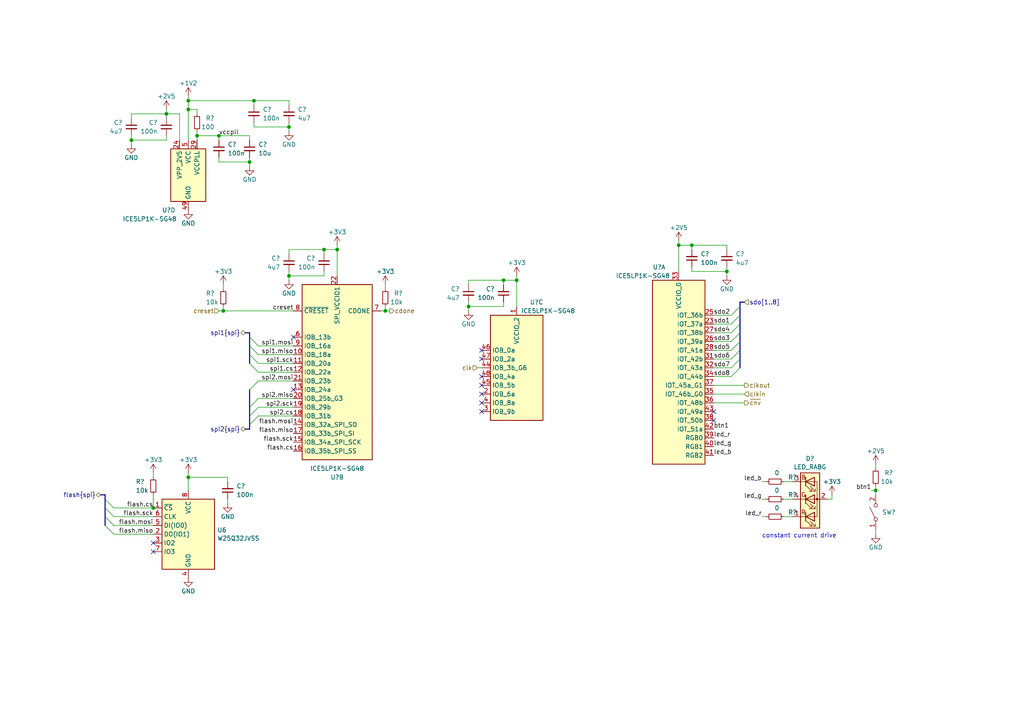
<source format=kicad_sch>
(kicad_sch (version 20230121) (generator eeschema)
  (paper "A4")
  (lib_symbols
    (symbol "Device:C_Small" (pin_numbers hide) (pin_names (offset 0.254) hide)
      (property "Reference" "C" (at 0.254 1.778 0))
      (property "Value" "C_Small" (at 0.254 -2.032 0))
      (symbol "C_Small_0_1"
        (polyline (pts (xy -1.524 -0.508) (xy 1.524 -0.508)) (stroke (width 0.3302)))
        (polyline (pts (xy -1.524 0.508) (xy 1.524 0.508)) (stroke (width 0.3048)))
      )
      (symbol "C_Small_1_1"
        (pin passive line (at 0 2.54 270) (length 2.032) (name "~") (number "1"))
        (pin passive line (at 0 -2.54 90) (length 2.032) (name "~") (number "2"))
      )
    )
    (symbol "Device:LED_RABG" (pin_names (offset 0) hide)
      (property "Reference" "D" (at 0 9.398 0))
      (property "Value" "LED_RABG" (at 0 -8.89 0))
      (symbol "LED_RABG_0_0"
        (text "B" (at -1.905 -6.35 0) (effects (font (size 1.27 1.27))))
        (text "G" (at -1.905 -1.27 0) (effects (font (size 1.27 1.27))))
        (text "R" (at -1.905 3.81 0) (effects (font (size 1.27 1.27))))
      )
      (symbol "LED_RABG_0_1"
        (polyline (pts (xy -1.27 -5.08) (xy -2.54 -5.08)))
        (polyline (pts (xy -1.27 -5.08) (xy 1.27 -5.08)))
        (polyline (pts (xy -1.27 -3.81) (xy -1.27 -6.35)) (stroke (width 0.254)))
        (polyline (pts (xy -1.27 0) (xy -2.54 0)))
        (polyline (pts (xy -1.27 1.27) (xy -1.27 -1.27)) (stroke (width 0.254)))
        (polyline (pts (xy -1.27 5.08) (xy -2.54 5.08)))
        (polyline (pts (xy -1.27 5.08) (xy 1.27 5.08)))
        (polyline (pts (xy -1.27 6.35) (xy -1.27 3.81)) (stroke (width 0.254)))
        (polyline (pts (xy 1.27 0) (xy -1.27 0)))
        (polyline (pts (xy 1.27 0) (xy 2.54 0)))
        (polyline (pts (xy -1.27 1.27) (xy -1.27 -1.27) (xy -1.27 -1.27)))
        (polyline (pts (xy -1.27 6.35) (xy -1.27 3.81) (xy -1.27 3.81)))
        (polyline (pts (xy 1.27 -5.08) (xy 2.032 -5.08) (xy 2.032 5.08) (xy 1.27 5.08)))
        (polyline (pts (xy 1.27 -3.81) (xy 1.27 -6.35) (xy -1.27 -5.08) (xy 1.27 -3.81)) (stroke (width 0.254)))
        (polyline (pts (xy 1.27 1.27) (xy 1.27 -1.27) (xy -1.27 0) (xy 1.27 1.27)) (stroke (width 0.254)))
        (polyline (pts (xy 1.27 6.35) (xy 1.27 3.81) (xy -1.27 5.08) (xy 1.27 6.35)) (stroke (width 0.254)))
        (polyline (pts (xy -1.016 -3.81) (xy 0.508 -2.286) (xy -0.254 -2.286) (xy 0.508 -2.286) (xy 0.508 -3.048)))
        (polyline (pts (xy -1.016 1.27) (xy 0.508 2.794) (xy -0.254 2.794) (xy 0.508 2.794) (xy 0.508 2.032)))
        (polyline (pts (xy -1.016 6.35) (xy 0.508 7.874) (xy -0.254 7.874) (xy 0.508 7.874) (xy 0.508 7.112)))
        (polyline (pts (xy 0 -3.81) (xy 1.524 -2.286) (xy 0.762 -2.286) (xy 1.524 -2.286) (xy 1.524 -3.048)))
        (polyline (pts (xy 0 1.27) (xy 1.524 2.794) (xy 0.762 2.794) (xy 1.524 2.794) (xy 1.524 2.032)))
        (polyline (pts (xy 0 6.35) (xy 1.524 7.874) (xy 0.762 7.874) (xy 1.524 7.874) (xy 1.524 7.112)))
        (rectangle (start 1.27 -1.27) (end 1.27 1.27))
        (rectangle (start 1.27 1.27) (end 1.27 1.27))
        (rectangle (start 1.27 3.81) (end 1.27 6.35))
        (rectangle (start 1.27 6.35) (end 1.27 6.35))
        (circle (center 2.032 0) (radius 0.254) (fill (type outline)))
        (rectangle (start 2.794 8.382) (end -2.794 -7.62) (stroke (width 0.254)) (fill (type background)))
      )
      (symbol "LED_RABG_1_1"
        (pin passive line (at -5.08 5.08 0) (length 2.54) (name "RK") (number "1"))
        (pin passive line (at 5.08 0 180) (length 2.54) (name "A") (number "2"))
        (pin passive line (at -5.08 -5.08 0) (length 2.54) (name "BK") (number "3"))
        (pin passive line (at -5.08 0 0) (length 2.54) (name "GK") (number "4"))
      )
    )
    (symbol "Device:R_Small" (pin_numbers hide) (pin_names (offset 0.254) hide)
      (property "Reference" "R" (at 0.762 0.508 0))
      (property "Value" "R_Small" (at 0.762 -1.016 0))
      (symbol "R_Small_0_1"
        (rectangle (start -0.762 1.778) (end 0.762 -1.778) (stroke (width 0.2032)))
      )
      (symbol "R_Small_1_1"
        (pin passive line (at 0 2.54 270) (length 0.762) (name "~") (number "1"))
        (pin passive line (at 0 -2.54 90) (length 0.762) (name "~") (number "2"))
      )
    )
    (symbol "FPGA_Lattice:ICE5LP1K-SG48"
      (property "Reference" "U" (at -8.89 -29.21 0))
      (property "Value" "ICE5LP1K-SG48" (at 0 -31.75 0))
      (symbol "ICE5LP1K-SG48_1_1"
        (rectangle (start -7.62 25.4) (end 7.62 -27.94) (stroke (width 0.254)) (fill (type background)))
        (pin bidirectional line (at -10.16 12.7 0) (length 2.54) (name "IOT_37a") (number "23"))
        (pin bidirectional line (at -10.16 15.24 0) (length 2.54) (name "IOT_36b") (number "25"))
        (pin bidirectional line (at -10.16 7.62 0) (length 2.54) (name "IOT_39a") (number "26"))
        (pin bidirectional line (at -10.16 10.16 0) (length 2.54) (name "IOT_38b") (number "27"))
        (pin bidirectional line (at -10.16 5.08 0) (length 2.54) (name "IOT_41a") (number "28"))
        (pin bidirectional line (at -10.16 2.54 0) (length 2.54) (name "IOT_42b") (number "31"))
        (pin bidirectional line (at -10.16 0 0) (length 2.54) (name "IOT_43a") (number "32"))
        (pin power_in line (at 0 27.94 270) (length 2.54) (name "VCCIO_0") (number "33"))
        (pin bidirectional line (at -10.16 -2.54 0) (length 2.54) (name "IOT_44b") (number "34"))
        (pin bidirectional line (at -10.16 -7.62 0) (length 2.54) (name "IOT_46b_G0") (number "35"))
        (pin bidirectional line (at -10.16 -10.16 0) (length 2.54) (name "IOT_48b") (number "36"))
        (pin bidirectional line (at -10.16 -5.08 0) (length 2.54) (name "IOT_45a_G1") (number "37"))
        (pin bidirectional line (at -10.16 -15.24 0) (length 2.54) (name "IOT_50b") (number "38"))
        (pin open_collector line (at -10.16 -20.32 0) (length 2.54) (name "RGB0") (number "39"))
        (pin open_collector line (at -10.16 -22.86 0) (length 2.54) (name "RGB1") (number "40"))
        (pin open_collector line (at -10.16 -25.4 0) (length 2.54) (name "RGB2") (number "41"))
        (pin bidirectional line (at -10.16 -17.78 0) (length 2.54) (name "IOT_51a") (number "42"))
        (pin bidirectional line (at -10.16 -12.7 0) (length 2.54) (name "IOT_49a") (number "43"))
      )
      (symbol "ICE5LP1K-SG48_2_1"
        (rectangle (start -10.16 25.4) (end 10.16 -25.4) (stroke (width 0.254)) (fill (type background)))
        (pin bidirectional line (at -12.7 5.08 0) (length 2.54) (name "IOB_18a") (number "10"))
        (pin bidirectional line (at -12.7 2.54 0) (length 2.54) (name "IOB_20a") (number "11"))
        (pin bidirectional line (at -12.7 0 0) (length 2.54) (name "IOB_22a") (number "12"))
        (pin bidirectional line (at -12.7 -5.08 0) (length 2.54) (name "IOB_24a") (number "13"))
        (pin bidirectional line (at -12.7 -15.24 0) (length 2.54) (name "IOB_32a_SPI_SO") (number "14"))
        (pin bidirectional line (at -12.7 -20.32 0) (length 2.54) (name "IOB_34a_SPI_SCK") (number "15"))
        (pin bidirectional line (at -12.7 -22.86 0) (length 2.54) (name "IOB_35b_SPI_SS") (number "16"))
        (pin bidirectional line (at -12.7 -17.78 0) (length 2.54) (name "IOB_33b_SPI_SI") (number "17"))
        (pin bidirectional line (at -12.7 -12.7 0) (length 2.54) (name "IOB_31b") (number "18"))
        (pin bidirectional line (at -12.7 -10.16 0) (length 2.54) (name "IOB_29b") (number "19"))
        (pin bidirectional line (at -12.7 -7.62 0) (length 2.54) (name "IOB_25b_G3") (number "20"))
        (pin bidirectional line (at -12.7 -2.54 0) (length 2.54) (name "IOB_23b") (number "21"))
        (pin power_in line (at 0 27.94 270) (length 2.54) (name "SPI_VCCIO1") (number "22"))
        (pin bidirectional line (at -12.7 10.16 0) (length 2.54) (name "IOB_13b") (number "6"))
        (pin open_collector line (at 12.7 17.78 180) (length 2.54) (name "CDONE") (number "7"))
        (pin input line (at -12.7 17.78 0) (length 2.54) (name "~{CRESET}") (number "8"))
        (pin bidirectional line (at -12.7 7.62 0) (length 2.54) (name "IOB_16a") (number "9"))
      )
      (symbol "ICE5LP1K-SG48_3_1"
        (rectangle (start -7.62 15.24) (end 7.62 -15.24) (stroke (width 0.254)) (fill (type background)))
        (pin power_in line (at 0 17.78 270) (length 2.54) (name "VCCIO_2") (number "1"))
        (pin bidirectional line (at -10.16 -7.62 0) (length 2.54) (name "IOB_6a") (number "2"))
        (pin bidirectional line (at -10.16 -12.7 0) (length 2.54) (name "IOB_9b") (number "3"))
        (pin bidirectional line (at -10.16 -10.16 0) (length 2.54) (name "IOB_8a") (number "4"))
        (pin bidirectional line (at -10.16 0 0) (length 2.54) (name "IOB_3b_G6") (number "44"))
        (pin bidirectional line (at -10.16 -5.08 0) (length 2.54) (name "IOB_5b") (number "45"))
        (pin bidirectional line (at -10.16 5.08 0) (length 2.54) (name "IOB_0a") (number "46"))
        (pin bidirectional line (at -10.16 2.54 0) (length 2.54) (name "IOB_2a") (number "47"))
        (pin bidirectional line (at -10.16 -2.54 0) (length 2.54) (name "IOB_4a") (number "48"))
      )
      (symbol "ICE5LP1K-SG48_4_1"
        (rectangle (start -5.08 7.62) (end 5.08 -7.62) (stroke (width 0.254)) (fill (type background)))
        (pin power_in line (at -2.54 10.16 270) (length 2.54) (name "VPP_2V5") (number "24"))
        (pin power_out line (at 2.54 10.16 270) (length 2.54) (name "VCCPLL") (number "29"))
        (pin passive line (at 0 10.16 270) (length 2.54) hide (name "VCC") (number "30"))
        (pin power_in line (at 0 -10.16 90) (length 2.54) (name "GND") (number "49"))
        (pin power_in line (at 0 10.16 270) (length 2.54) (name "VCC") (number "5"))
      )
    )
    (symbol "Memory_Flash:W25Q32JVSS"
      (property "Reference" "U" (at -6.35 11.43 0))
      (property "Value" "W25Q32JVSS" (at 7.62 11.43 0))
      (symbol "W25Q32JVSS_0_1"
        (rectangle (start -7.62 10.16) (end 7.62 -10.16) (stroke (width 0.254)) (fill (type background)))
      )
      (symbol "W25Q32JVSS_1_1"
        (pin input line (at -10.16 7.62 0) (length 2.54) (name "~{CS}") (number "1"))
        (pin bidirectional line (at -10.16 0 0) (length 2.54) (name "DO(IO1)") (number "2"))
        (pin bidirectional line (at -10.16 -2.54 0) (length 2.54) (name "IO2") (number "3"))
        (pin power_in line (at 0 -12.7 90) (length 2.54) (name "GND") (number "4"))
        (pin bidirectional line (at -10.16 2.54 0) (length 2.54) (name "DI(IO0)") (number "5"))
        (pin input line (at -10.16 5.08 0) (length 2.54) (name "CLK") (number "6"))
        (pin bidirectional line (at -10.16 -5.08 0) (length 2.54) (name "IO3") (number "7"))
        (pin power_in line (at 0 12.7 270) (length 2.54) (name "VCC") (number "8"))
      )
    )
    (symbol "Switch:SW_SPST" (pin_names (offset 0) hide)
      (property "Reference" "SW" (at 0 3.175 0))
      (property "Value" "SW_SPST" (at 0 -2.54 0))
      (symbol "SW_SPST_0_0"
        (circle (center -2.032 0) (radius 0.508))
        (polyline (pts (xy -1.524 0.254) (xy 1.524 1.778)))
        (circle (center 2.032 0) (radius 0.508))
      )
      (symbol "SW_SPST_1_1"
        (pin passive line (at -5.08 0 0) (length 2.54) (name "A") (number "1"))
        (pin passive line (at 5.08 0 180) (length 2.54) (name "B") (number "2"))
      )
    )
    (symbol "power:+1V2" (power) (pin_names (offset 0))
      (property "Value" "+1V2" (at 0 3.556 0))
      (symbol "+1V2_0_1"
        (polyline (pts (xy -0.762 1.27) (xy 0 2.54)))
        (polyline (pts (xy 0 0) (xy 0 2.54)))
        (polyline (pts (xy 0 2.54) (xy 0.762 1.27)))
      )
      (symbol "+1V2_1_1"
        (pin power_in line (at 0 0 90) (length 0) hide (name "+1V2") (number "1"))
      )
    )
    (symbol "power:+2V5" (power) (pin_names (offset 0))
      (property "Value" "+2V5" (at 0 3.556 0))
      (symbol "+2V5_0_1"
        (polyline (pts (xy -0.762 1.27) (xy 0 2.54)))
        (polyline (pts (xy 0 0) (xy 0 2.54)))
        (polyline (pts (xy 0 2.54) (xy 0.762 1.27)))
      )
      (symbol "+2V5_1_1"
        (pin power_in line (at 0 0 90) (length 0) hide (name "+2V5") (number "1"))
      )
    )
    (symbol "power:+3V3" (power) (pin_names (offset 0))
      (property "Value" "+3V3" (at 0 3.556 0))
      (symbol "+3V3_0_1"
        (polyline (pts (xy -0.762 1.27) (xy 0 2.54)))
        (polyline (pts (xy 0 0) (xy 0 2.54)))
        (polyline (pts (xy 0 2.54) (xy 0.762 1.27)))
      )
      (symbol "+3V3_1_1"
        (pin power_in line (at 0 0 90) (length 0) hide (name "+3V3") (number "1"))
      )
    )
    (symbol "power:GND" (power) (pin_names (offset 0))
      (property "Value" "GND" (at 0 -3.81 0))
      (symbol "GND_0_1"
        (polyline (pts (xy 0 0) (xy 0 -1.27) (xy 1.27 -1.27) (xy 0 -2.54) (xy -1.27 -1.27) (xy 0 -1.27)))
      )
      (symbol "GND_1_1"
        (pin power_in line (at 0 0 270) (length 0) hide (name "GND") (number "1"))
      )
    )
  )
  (junction (at 48.26 33.02))
  (junction (at 83.82 80.01))
  (junction (at 72.39 46.99))
  (junction (at 254 142.24))
  (junction (at 146.05 81.28))
  (junction (at 54.61 138.43))
  (junction (at 93.98 72.39))
  (junction (at 54.61 29.21))
  (junction (at 57.15 39.37))
  (junction (at 210.82 78.74))
  (junction (at 111.76 90.17))
  (junction (at 149.86 81.28))
  (junction (at 64.77 90.17))
  (junction (at 73.66 29.21))
  (junction (at 38.1 40.64))
  (junction (at 63.5 39.37))
  (junction (at 44.45 147.32))
  (junction (at 196.85 71.12))
  (junction (at 97.79 72.39))
  (junction (at 135.89 88.9))
  (junction (at 83.82 36.83))
  (junction (at 54.61 31.75))
  (junction (at 200.66 71.12))
  (no_connect (at 139.7 109.22))
  (no_connect (at 139.7 119.38))
  (no_connect (at 207.01 119.38))
  (no_connect (at 139.7 104.14))
  (no_connect (at 139.7 111.76))
  (no_connect (at 139.7 116.84))
  (no_connect (at 85.09 97.79))
  (no_connect (at 207.01 121.92))
  (no_connect (at 44.45 160.02))
  (no_connect (at 139.7 101.6))
  (no_connect (at 44.45 157.48))
  (no_connect (at 139.7 114.3))
  (no_connect (at 85.09 113.03))
  (bus_entry (at 30.48 149.86) (size 2.54 2.54))
  (bus_entry (at 72.39 113.03) (size 2.54 -2.54))
  (bus_entry (at 212.09 96.52) (size 2.54 -2.54))
  (bus_entry (at 72.39 97.79) (size 2.54 2.54))
  (bus_entry (at 212.09 93.98) (size 2.54 -2.54))
  (bus_entry (at 72.39 120.65) (size 2.54 -2.54))
  (bus_entry (at 212.09 99.06) (size 2.54 -2.54))
  (bus_entry (at 72.39 100.33) (size 2.54 2.54))
  (bus_entry (at 30.48 152.4) (size 2.54 2.54))
  (bus_entry (at 72.39 102.87) (size 2.54 2.54))
  (bus_entry (at 212.09 101.6) (size 2.54 -2.54))
  (bus_entry (at 212.09 91.44) (size 2.54 -2.54))
  (bus_entry (at 212.09 106.68) (size 2.54 -2.54))
  (bus_entry (at 212.09 109.22) (size 2.54 -2.54))
  (bus_entry (at 72.39 118.11) (size 2.54 -2.54))
  (bus_entry (at 72.39 105.41) (size 2.54 2.54))
  (bus_entry (at 212.09 104.14) (size 2.54 -2.54))
  (bus_entry (at 30.48 147.32) (size 2.54 2.54))
  (bus_entry (at 72.39 123.19) (size 2.54 -2.54))
  (bus_entry (at 30.48 144.78) (size 2.54 2.54))
  (wire (pts (xy 73.66 29.21) (xy 73.66 30.48)))
  (bus (pts (xy 29.21 143.51) (xy 30.48 143.51)))
  (wire (pts (xy 52.07 33.02) (xy 52.07 40.64)))
  (wire (pts (xy 241.3 143.51) (xy 241.3 144.78)))
  (bus (pts (xy 214.63 101.6) (xy 214.63 104.14)))
  (wire (pts (xy 63.5 39.37) (xy 72.39 39.37)))
  (wire (pts (xy 210.82 78.74) (xy 200.66 78.74)))
  (bus (pts (xy 72.39 113.03) (xy 72.39 118.11)))
  (wire (pts (xy 54.61 29.21) (xy 73.66 29.21)))
  (wire (pts (xy 210.82 72.39) (xy 210.82 71.12)))
  (wire (pts (xy 74.93 107.95) (xy 85.09 107.95)))
  (wire (pts (xy 207.01 101.6) (xy 212.09 101.6)))
  (wire (pts (xy 200.66 77.47) (xy 200.66 78.74)))
  (wire (pts (xy 83.82 73.66) (xy 83.82 72.39)))
  (wire (pts (xy 73.66 35.56) (xy 73.66 36.83)))
  (wire (pts (xy 196.85 69.85) (xy 196.85 71.12)))
  (wire (pts (xy 44.45 137.16) (xy 44.45 138.43)))
  (wire (pts (xy 83.82 80.01) (xy 83.82 81.28)))
  (bus (pts (xy 30.48 147.32) (xy 30.48 149.86)))
  (wire (pts (xy 64.77 90.17) (xy 64.77 88.9)))
  (wire (pts (xy 38.1 33.02) (xy 48.26 33.02)))
  (wire (pts (xy 64.77 82.55) (xy 64.77 83.82)))
  (wire (pts (xy 74.93 102.87) (xy 85.09 102.87)))
  (wire (pts (xy 149.86 80.01) (xy 149.86 81.28)))
  (wire (pts (xy 207.01 114.3) (xy 215.9 114.3)))
  (bus (pts (xy 214.63 99.06) (xy 214.63 101.6)))
  (bus (pts (xy 214.63 96.52) (xy 214.63 99.06)))
  (wire (pts (xy 73.66 36.83) (xy 83.82 36.83)))
  (wire (pts (xy 207.01 99.06) (xy 212.09 99.06)))
  (wire (pts (xy 54.61 29.21) (xy 54.61 31.75)))
  (wire (pts (xy 72.39 46.99) (xy 72.39 48.26)))
  (wire (pts (xy 207.01 109.22) (xy 212.09 109.22)))
  (wire (pts (xy 85.09 90.17) (xy 64.77 90.17)))
  (wire (pts (xy 135.89 82.55) (xy 135.89 81.28)))
  (wire (pts (xy 72.39 39.37) (xy 72.39 40.64)))
  (wire (pts (xy 54.61 142.24) (xy 54.61 138.43)))
  (wire (pts (xy 138.43 106.68) (xy 139.7 106.68)))
  (wire (pts (xy 38.1 34.29) (xy 38.1 33.02)))
  (wire (pts (xy 200.66 71.12) (xy 200.66 72.39)))
  (wire (pts (xy 97.79 71.12) (xy 97.79 72.39)))
  (bus (pts (xy 30.48 149.86) (xy 30.48 152.4)))
  (bus (pts (xy 30.48 144.78) (xy 30.48 147.32)))
  (wire (pts (xy 57.15 31.75) (xy 57.15 33.02)))
  (bus (pts (xy 72.39 123.19) (xy 72.39 124.46)))
  (wire (pts (xy 73.66 29.21) (xy 83.82 29.21)))
  (wire (pts (xy 63.5 90.17) (xy 64.77 90.17)))
  (bus (pts (xy 72.39 102.87) (xy 72.39 105.41)))
  (bus (pts (xy 71.12 124.46) (xy 72.39 124.46)))
  (bus (pts (xy 72.39 100.33) (xy 72.39 102.87)))
  (wire (pts (xy 254 140.97) (xy 254 142.24)))
  (wire (pts (xy 44.45 143.51) (xy 44.45 147.32)))
  (wire (pts (xy 207.01 96.52) (xy 212.09 96.52)))
  (wire (pts (xy 222.25 144.78) (xy 220.98 144.78)))
  (wire (pts (xy 210.82 78.74) (xy 210.82 80.01)))
  (wire (pts (xy 48.26 39.37) (xy 48.26 40.64)))
  (wire (pts (xy 83.82 72.39) (xy 93.98 72.39)))
  (wire (pts (xy 97.79 72.39) (xy 97.79 80.01)))
  (wire (pts (xy 207.01 91.44) (xy 212.09 91.44)))
  (wire (pts (xy 74.93 110.49) (xy 85.09 110.49)))
  (wire (pts (xy 54.61 31.75) (xy 57.15 31.75)))
  (wire (pts (xy 74.93 100.33) (xy 85.09 100.33)))
  (wire (pts (xy 38.1 40.64) (xy 38.1 41.91)))
  (wire (pts (xy 83.82 78.74) (xy 83.82 80.01)))
  (wire (pts (xy 38.1 40.64) (xy 48.26 40.64)))
  (wire (pts (xy 135.89 81.28) (xy 146.05 81.28)))
  (wire (pts (xy 146.05 81.28) (xy 146.05 82.55)))
  (bus (pts (xy 30.48 143.51) (xy 30.48 144.78)))
  (wire (pts (xy 207.01 104.14) (xy 212.09 104.14)))
  (wire (pts (xy 222.25 149.86) (xy 220.98 149.86)))
  (wire (pts (xy 48.26 33.02) (xy 52.07 33.02)))
  (wire (pts (xy 33.02 152.4) (xy 44.45 152.4)))
  (bus (pts (xy 214.63 87.63) (xy 214.63 88.9)))
  (wire (pts (xy 111.76 82.55) (xy 111.76 83.82)))
  (wire (pts (xy 54.61 138.43) (xy 66.04 138.43)))
  (wire (pts (xy 74.93 105.41) (xy 85.09 105.41)))
  (wire (pts (xy 110.49 90.17) (xy 111.76 90.17)))
  (bus (pts (xy 214.63 91.44) (xy 214.63 93.98)))
  (wire (pts (xy 33.02 147.32) (xy 44.45 147.32)))
  (wire (pts (xy 74.93 120.65) (xy 85.09 120.65)))
  (wire (pts (xy 146.05 87.63) (xy 146.05 88.9)))
  (wire (pts (xy 254 142.24) (xy 254 143.51)))
  (wire (pts (xy 93.98 78.74) (xy 93.98 80.01)))
  (wire (pts (xy 33.02 149.86) (xy 44.45 149.86)))
  (wire (pts (xy 63.5 46.99) (xy 63.5 45.72)))
  (wire (pts (xy 207.01 106.68) (xy 212.09 106.68)))
  (wire (pts (xy 74.93 115.57) (xy 85.09 115.57)))
  (wire (pts (xy 57.15 38.1) (xy 57.15 39.37)))
  (wire (pts (xy 111.76 88.9) (xy 111.76 90.17)))
  (wire (pts (xy 210.82 71.12) (xy 200.66 71.12)))
  (wire (pts (xy 200.66 71.12) (xy 196.85 71.12)))
  (wire (pts (xy 241.3 144.78) (xy 240.03 144.78)))
  (wire (pts (xy 207.01 93.98) (xy 212.09 93.98)))
  (wire (pts (xy 229.87 139.7) (xy 227.33 139.7)))
  (wire (pts (xy 149.86 81.28) (xy 149.86 88.9)))
  (bus (pts (xy 214.63 88.9) (xy 214.63 91.44)))
  (wire (pts (xy 135.89 87.63) (xy 135.89 88.9)))
  (wire (pts (xy 207.01 116.84) (xy 215.9 116.84)))
  (wire (pts (xy 48.26 31.75) (xy 48.26 33.02)))
  (wire (pts (xy 83.82 36.83) (xy 83.82 35.56)))
  (wire (pts (xy 135.89 88.9) (xy 135.89 90.17)))
  (bus (pts (xy 215.9 87.63) (xy 214.63 87.63)))
  (wire (pts (xy 254 153.67) (xy 254 154.94)))
  (bus (pts (xy 72.39 97.79) (xy 72.39 100.33)))
  (wire (pts (xy 135.89 88.9) (xy 146.05 88.9)))
  (wire (pts (xy 63.5 39.37) (xy 63.5 40.64)))
  (wire (pts (xy 66.04 138.43) (xy 66.04 139.7)))
  (wire (pts (xy 83.82 36.83) (xy 83.82 38.1)))
  (wire (pts (xy 146.05 81.28) (xy 149.86 81.28)))
  (bus (pts (xy 214.63 93.98) (xy 214.63 96.52)))
  (wire (pts (xy 196.85 71.12) (xy 196.85 78.74)))
  (wire (pts (xy 83.82 80.01) (xy 93.98 80.01)))
  (wire (pts (xy 229.87 149.86) (xy 227.33 149.86)))
  (wire (pts (xy 252.73 142.24) (xy 254 142.24)))
  (wire (pts (xy 72.39 45.72) (xy 72.39 46.99)))
  (wire (pts (xy 93.98 72.39) (xy 93.98 73.66)))
  (wire (pts (xy 222.25 139.7) (xy 220.98 139.7)))
  (wire (pts (xy 83.82 30.48) (xy 83.82 29.21)))
  (wire (pts (xy 111.76 90.17) (xy 113.03 90.17)))
  (wire (pts (xy 229.87 144.78) (xy 227.33 144.78)))
  (wire (pts (xy 74.93 118.11) (xy 85.09 118.11)))
  (wire (pts (xy 48.26 33.02) (xy 48.26 34.29)))
  (wire (pts (xy 54.61 31.75) (xy 54.61 40.64)))
  (wire (pts (xy 33.02 154.94) (xy 44.45 154.94)))
  (wire (pts (xy 57.15 39.37) (xy 63.5 39.37)))
  (wire (pts (xy 207.01 111.76) (xy 215.9 111.76)))
  (wire (pts (xy 54.61 27.94) (xy 54.61 29.21)))
  (wire (pts (xy 72.39 46.99) (xy 63.5 46.99)))
  (bus (pts (xy 214.63 104.14) (xy 214.63 106.68)))
  (wire (pts (xy 57.15 39.37) (xy 57.15 40.64)))
  (bus (pts (xy 72.39 96.52) (xy 72.39 97.79)))
  (wire (pts (xy 254 134.62) (xy 254 135.89)))
  (bus (pts (xy 72.39 118.11) (xy 72.39 120.65)))
  (wire (pts (xy 93.98 72.39) (xy 97.79 72.39)))
  (bus (pts (xy 71.12 96.52) (xy 72.39 96.52)))
  (wire (pts (xy 210.82 77.47) (xy 210.82 78.74)))
  (wire (pts (xy 54.61 137.16) (xy 54.61 138.43)))
  (wire (pts (xy 38.1 39.37) (xy 38.1 40.64)))
  (wire (pts (xy 66.04 144.78) (xy 66.04 146.05)))
  (bus (pts (xy 72.39 120.65) (xy 72.39 123.19)))
  (text "constant current drive" (at 220.98 156.21 0) (effects (font (size 1.27 1.27)) (justify left bottom)))
  (label "sdo6" (at 207.01 104.14 0))
  (label "spi1.mosi" (at 85.09 100.33 180))
  (label "vccpll" (at 63.5 39.37 0))
  (label "sdo4" (at 207.01 96.52 0))
  (label "btn1" (at 252.73 142.24 180))
  (label "spi2.mosi" (at 85.09 110.49 180))
  (label "flash.miso" (at 85.09 125.73 180))
  (label "sdo8" (at 207.01 109.22 0))
  (label "sdo1" (at 207.01 93.98 0))
  (label "sdo7" (at 207.01 106.68 0))
  (label "flash.cs" (at 85.09 130.81 180))
  (label "led_b" (at 207.01 132.08 0))
  (label "sdo5" (at 207.01 101.6 0))
  (label "spi1.cs" (at 85.09 107.95 180))
  (label "spi2.cs" (at 85.09 120.65 180))
  (label "spi1.miso" (at 85.09 102.87 180))
  (label "creset" (at 85.09 90.17 180))
  (label "flash.sck" (at 44.45 149.86 180))
  (label "led_b" (at 220.98 139.7 180))
  (label "led_r" (at 220.98 149.86 180))
  (label "led_g" (at 220.98 144.78 180))
  (label "flash.mosi" (at 85.09 123.19 180))
  (label "led_r" (at 207.01 127 0))
  (label "spi2.sck" (at 85.09 118.11 180))
  (label "flash.miso" (at 44.45 154.94 180))
  (label "btn1" (at 207.01 124.46 0))
  (label "spi1.sck" (at 85.09 105.41 180))
  (label "flash.sck" (at 85.09 128.27 180))
  (label "spi2.miso" (at 85.09 115.57 180))
  (label "sdo3" (at 207.01 99.06 0))
  (label "sdo2" (at 207.01 91.44 0))
  (label "led_g" (at 207.01 129.54 0))
  (label "flash.mosi" (at 44.45 152.4 180))
  (label "flash.cs" (at 44.45 147.32 180))
  (hierarchical_label "flash{spi}" (shape bidirectional) (at 29.21 143.51 180))
  (hierarchical_label "clkin" (shape input) (at 215.9 114.3 0))
  (hierarchical_label "spi2{spi}" (shape bidirectional) (at 71.12 124.46 180))
  (hierarchical_label "spi1{spi}" (shape bidirectional) (at 71.12 96.52 180))
  (hierarchical_label "creset" (shape input) (at 63.5 90.17 180))
  (hierarchical_label "clkout" (shape output) (at 215.9 111.76 0))
  (hierarchical_label "cdone" (shape output) (at 113.03 90.17 0))
  (hierarchical_label "~{cnv}" (shape output) (at 215.9 116.84 0))
  (hierarchical_label "sdo[1..8]" (shape input) (at 215.9 87.63 0))
  (hierarchical_label "clk" (shape input) (at 138.43 106.68 180))
  (symbol (lib_id "power:GND") (at 72.39 48.26 0) (unit 1)
    (property "Reference" "#PWR?" (effects hide))
    (property "Value" "GND" (at 72.39 52.07 0))
    (instances (project "rvice_adc" (path "" (reference "#PWR?") (unit 1)) (path "" (reference "#PWR060") (unit 1))))
  )
  (symbol (lib_id "power:+3V3") (at 64.77 82.55 0) (unit 1)
    (property "Reference" "#PWR?" (effects hide))
    (property "Value" "+3V3" (at 64.77 78.74 0))
    (instances (project "rvice_adc" (path "" (reference "#PWR?") (unit 1)) (path "" (reference "#PWR058") (unit 1))))
  )
  (symbol (lib_id "Device:C_Small") (at 63.5 43.18 0) (unit 1)
    (property "Reference" "C?" (at 66.04 41.91 0) (effects (justify left)))
    (property "Value" "100n" (at 66.04 44.45 0) (effects (justify left)))
    (property "Footprint" "Capacitor_SMD:C_0402_1005Metric" (effects hide))
    (instances (project "rvice_adc" (path "" (reference "C?") (unit 1)) (path "" (reference "C28") (unit 1))))
  )
  (symbol (lib_id "Device:C_Small") (at 93.98 76.2 180) (unit 1)
    (property "Reference" "C?" (at 91.44 74.93 0) (effects (justify left)))
    (property "Value" "100n" (at 91.44 77.47 0) (effects (justify left)))
    (property "Footprint" "Capacitor_SMD:C_0402_1005Metric" (effects hide))
    (instances (project "rvice_adc" (path "" (reference "C?") (unit 1)) (path "" (reference "C34") (unit 1))))
  )
  (symbol (lib_id "Device:R_Small") (at 254 138.43 0) (mirror y) (unit 1)
    (property "Reference" "R?" (at 259.08 137.16 0) (effects (justify left)))
    (property "Value" "10k" (at 259.08 139.7 0) (effects (justify left)))
    (property "Footprint" "Resistor_SMD:R_0402_1005Metric" (effects hide))
    (instances (project "rvice_adc" (path "" (reference "R?") (unit 1)) (path "" (reference "R39") (unit 1))))
  )
  (symbol (lib_id "Switch:SW_SPST") (at 254 148.59 90) (unit 1)
    (property "Reference" "SW?" (at 257.81 148.59 90))
    (property "Value" "btn1" (effects hide))
    (property "Footprint" "Button_Switch_SMD:SW_SPST_PTS810" (effects hide))
    (instances (project "rvice_adc" (path "" (reference "SW?") (unit 1)) (path "" (reference "SW1") (unit 1)) (path "" (reference "SW2") (unit 1))))
  )
  (symbol (lib_id "power:GND") (at 54.61 60.96 0) (unit 1)
    (property "Reference" "#PWR?" (effects hide))
    (property "Value" "GND" (at 54.61 64.77 0))
    (instances (project "rvice_adc" (path "" (reference "#PWR?") (unit 1)) (path "" (reference "#PWR055") (unit 1))))
  )
  (symbol (lib_id "FPGA_Lattice:ICE5LP1K-SG48") (at 97.79 107.95 0) (unit 2)
    (property "Reference" "U?" (at 97.79 138.43 0))
    (property "Value" "ICE5LP1K-SG48" (at 97.79 135.89 0))
    (property "Footprint" "Package_DFN_QFN:QFN-48-1EP_7x7mm_P0.5mm_EP5.6x5.6mm" (effects hide))
    (property "Datasheet" "http://www.latticesemi.com/Products/FPGAandCPLD/iCE40Ultra" (effects hide))
    (instances (project "rvice_adc" (path "" (reference "U?") (unit 2)) (path "" (reference "U5") (unit 2))))
  )
  (symbol (lib_id "Device:LED_RABG") (at 234.95 144.78 0) (mirror x) (unit 1)
    (property "Reference" "D?" (at 234.95 133.0157 0))
    (property "Value" "LED_RABG" (at 234.95 135.4399 0))
    (property "Footprint" "Resistor_SMD:R_Array_Convex_2x0606" (effects hide))
    (instances (project "rvice_adc" (path "" (reference "D?") (unit 1)) (path "" (reference "D1") (unit 1)) (path "" (reference "D2") (unit 1))))
  )
  (symbol (lib_id "power:+2V5") (at 254 134.62 0) (unit 1)
    (property "Reference" "#PWR?" (effects hide))
    (property "Value" "+2V5" (at 254 130.81 0))
    (instances (project "rvice_adc" (path "" (reference "#PWR?") (unit 1)) (path "" (reference "#PWR070") (unit 1))))
  )
  (symbol (lib_id "power:GND") (at 54.61 167.64 0) (unit 1)
    (property "Reference" "#PWR?" (effects hide))
    (property "Value" "GND" (at 54.61 171.45 0))
    (instances (project "rvice_adc" (path "" (reference "#PWR?") (unit 1)) (path "" (reference "#PWR057") (unit 1))))
  )
  (symbol (lib_id "Device:C_Small") (at 66.04 142.24 0) (mirror x) (unit 1)
    (property "Reference" "C?" (at 68.58 140.97 0) (effects (justify left)))
    (property "Value" "100n" (at 68.58 143.51 0) (effects (justify left)))
    (property "Footprint" "Capacitor_SMD:C_0402_1005Metric" (effects hide))
    (instances (project "rvice_adc" (path "" (reference "C?") (unit 1)) (path "" (reference "C29") (unit 1))))
  )
  (symbol (lib_id "Device:C_Small") (at 83.82 76.2 0) (mirror y) (unit 1)
    (property "Reference" "C?" (at 81.28 74.93 0) (effects (justify left)))
    (property "Value" "4u7" (at 81.28 77.47 0) (effects (justify left)))
    (property "Footprint" "Capacitor_SMD:C_0402_1005Metric" (effects hide))
    (instances (project "rvice_adc" (path "" (reference "C?") (unit 1)) (path "" (reference "C33") (unit 1))))
  )
  (symbol (lib_id "power:+3V3") (at 44.45 137.16 0) (unit 1)
    (property "Reference" "#PWR?" (effects hide))
    (property "Value" "+3V3" (at 44.45 133.35 0))
    (instances (project "rvice_adc" (path "" (reference "#PWR?") (unit 1)) (path "" (reference "#PWR052") (unit 1))))
  )
  (symbol (lib_id "Device:C_Small") (at 38.1 36.83 0) (mirror y) (unit 1)
    (property "Reference" "C?" (at 35.56 35.56 0) (effects (justify left)))
    (property "Value" "4u7" (at 35.56 38.1 0) (effects (justify left)))
    (property "Footprint" "Capacitor_SMD:C_0402_1005Metric" (effects hide))
    (instances (project "rvice_adc" (path "" (reference "C?") (unit 1)) (path "" (reference "C26") (unit 1))))
  )
  (symbol (lib_id "power:+3V3") (at 97.79 71.12 0) (unit 1)
    (property "Reference" "#PWR?" (effects hide))
    (property "Value" "+3V3" (at 97.79 67.31 0))
    (instances (project "rvice_adc" (path "" (reference "#PWR?") (unit 1)) (path "" (reference "#PWR063") (unit 1))))
  )
  (symbol (lib_id "Device:R_Small") (at 111.76 86.36 0) (mirror y) (unit 1)
    (property "Reference" "R?" (at 116.84 85.09 0) (effects (justify left)))
    (property "Value" "10k" (at 116.84 87.63 0) (effects (justify left)))
    (property "Footprint" "Resistor_SMD:R_0402_1005Metric" (effects hide))
    (instances (project "rvice_adc" (path "" (reference "R?") (unit 1)) (path "" (reference "R35") (unit 1))))
  )
  (symbol (lib_id "FPGA_Lattice:ICE5LP1K-SG48") (at 149.86 106.68 0) (unit 3)
    (property "Reference" "U?" (at 153.67 87.63 0) (effects (justify left)))
    (property "Value" "ICE5LP1K-SG48" (at 151.13 90.17 0) (effects (justify left)))
    (property "Footprint" "Package_DFN_QFN:QFN-48-1EP_7x7mm_P0.5mm_EP5.6x5.6mm" (effects hide))
    (property "Datasheet" "http://www.latticesemi.com/Products/FPGAandCPLD/iCE40Ultra" (effects hide))
    (instances (project "rvice_adc" (path "" (reference "U?") (unit 3)) (path "" (reference "U5") (unit 3))))
  )
  (symbol (lib_id "power:GND") (at 135.89 90.17 0) (unit 1)
    (property "Reference" "#PWR?" (effects hide))
    (property "Value" "GND" (at 135.89 93.98 0))
    (instances (project "rvice_adc" (path "" (reference "#PWR?") (unit 1)) (path "" (reference "#PWR065") (unit 1))))
  )
  (symbol (lib_id "Device:R_Small") (at 64.77 86.36 0) (unit 1)
    (property "Reference" "R?" (at 59.69 85.09 0) (effects (justify left)))
    (property "Value" "10k" (at 59.69 87.63 0) (effects (justify left)))
    (property "Footprint" "Resistor_SMD:R_0402_1005Metric" (effects hide))
    (instances (project "rvice_adc" (path "" (reference "R?") (unit 1)) (path "" (reference "R34") (unit 1))))
  )
  (symbol (lib_id "power:GND") (at 83.82 38.1 0) (unit 1)
    (property "Reference" "#PWR?" (effects hide))
    (property "Value" "GND" (at 83.82 41.91 0))
    (instances (project "rvice_adc" (path "" (reference "#PWR?") (unit 1)) (path "" (reference "#PWR061") (unit 1))))
  )
  (symbol (lib_id "Device:R_Small") (at 224.79 144.78 90) (unit 1)
    (property "Reference" "R?" (at 231.14 143.51 90) (effects (justify left)))
    (property "Value" "0" (at 226.06 142.24 90) (effects (justify left)))
    (property "Footprint" "Resistor_SMD:R_0402_1005Metric" (effects hide))
    (instances (project "rvice_adc" (path "" (reference "R?") (unit 1)) (path "" (reference "R13") (unit 1)) (path "" (reference "R37") (unit 1))))
  )
  (symbol (lib_id "power:GND") (at 210.82 80.01 0) (mirror y) (unit 1)
    (property "Reference" "#PWR?" (effects hide))
    (property "Value" "GND" (at 210.82 83.82 0))
    (instances (project "rvice_adc" (path "" (reference "#PWR?") (unit 1)) (path "" (reference "#PWR068") (unit 1))))
  )
  (symbol (lib_id "power:+3V3") (at 111.76 82.55 0) (unit 1)
    (property "Reference" "#PWR?" (effects hide))
    (property "Value" "+3V3" (at 111.76 78.74 0))
    (instances (project "rvice_adc" (path "" (reference "#PWR?") (unit 1)) (path "" (reference "#PWR064") (unit 1))))
  )
  (symbol (lib_id "Device:R_Small") (at 224.79 139.7 90) (unit 1)
    (property "Reference" "R?" (at 231.14 138.43 90) (effects (justify left)))
    (property "Value" "0" (at 226.06 137.16 90) (effects (justify left)))
    (property "Footprint" "Resistor_SMD:R_0402_1005Metric" (effects hide))
    (instances (project "rvice_adc" (path "" (reference "R?") (unit 1)) (path "" (reference "R12") (unit 1)) (path "" (reference "R36") (unit 1))))
  )
  (symbol (lib_id "power:+2V5") (at 48.26 31.75 0) (unit 1)
    (property "Reference" "#PWR?" (effects hide))
    (property "Value" "+2V5" (at 48.26 27.94 0))
    (instances (project "rvice_adc" (path "" (reference "#PWR?") (unit 1)) (path "" (reference "#PWR053") (unit 1))))
  )
  (symbol (lib_id "Device:R_Small") (at 224.79 149.86 90) (unit 1)
    (property "Reference" "R?" (at 231.14 148.59 90) (effects (justify left)))
    (property "Value" "0" (at 226.06 147.32 90) (effects (justify left)))
    (property "Footprint" "Resistor_SMD:R_0402_1005Metric" (effects hide))
    (instances (project "rvice_adc" (path "" (reference "R?") (unit 1)) (path "" (reference "R14") (unit 1)) (path "" (reference "R38") (unit 1))))
  )
  (symbol (lib_id "Device:C_Small") (at 210.82 74.93 0) (unit 1)
    (property "Reference" "C?" (at 213.36 73.66 0) (effects (justify left)))
    (property "Value" "4u7" (at 213.36 76.2 0) (effects (justify left)))
    (property "Footprint" "Capacitor_SMD:C_0402_1005Metric" (effects hide))
    (instances (project "rvice_adc" (path "" (reference "C?") (unit 1)) (path "" (reference "C38") (unit 1))))
  )
  (symbol (lib_id "power:GND") (at 83.82 81.28 0) (unit 1)
    (property "Reference" "#PWR?" (effects hide))
    (property "Value" "GND" (at 83.82 85.09 0))
    (instances (project "rvice_adc" (path "" (reference "#PWR?") (unit 1)) (path "" (reference "#PWR062") (unit 1))))
  )
  (symbol (lib_id "Device:C_Small") (at 146.05 85.09 180) (unit 1)
    (property "Reference" "C?" (at 143.51 83.82 0) (effects (justify left)))
    (property "Value" "100n" (at 143.51 86.36 0) (effects (justify left)))
    (property "Footprint" "Capacitor_SMD:C_0402_1005Metric" (effects hide))
    (instances (project "rvice_adc" (path "" (reference "C?") (unit 1)) (path "" (reference "C36") (unit 1))))
  )
  (symbol (lib_id "FPGA_Lattice:ICE5LP1K-SG48") (at 196.85 106.68 0) (mirror y) (unit 1)
    (property "Reference" "U?" (at 193.04 77.47 0) (effects (justify left)))
    (property "Value" "ICE5LP1K-SG48" (at 194.31 80.01 0) (effects (justify left)))
    (property "Footprint" "Package_DFN_QFN:QFN-48-1EP_7x7mm_P0.5mm_EP5.6x5.6mm" (effects hide))
    (property "Datasheet" "http://www.latticesemi.com/Products/FPGAandCPLD/iCE40Ultra" (effects hide))
    (instances (project "rvice_adc" (path "" (reference "U?") (unit 1)) (path "" (reference "U5") (unit 1))))
  )
  (symbol (lib_id "power:GND") (at 66.04 146.05 0) (unit 1)
    (property "Reference" "#PWR?" (effects hide))
    (property "Value" "GND" (at 66.04 149.86 0))
    (instances (project "rvice_adc" (path "" (reference "#PWR?") (unit 1)) (path "" (reference "#PWR059") (unit 1))))
  )
  (symbol (lib_id "power:+2V5") (at 196.85 69.85 0) (unit 1)
    (property "Reference" "#PWR?" (effects hide))
    (property "Value" "+2V5" (at 196.85 66.04 0))
    (instances (project "rvice_adc" (path "" (reference "#PWR?") (unit 1)) (path "" (reference "#PWR067") (unit 1))))
  )
  (symbol (lib_id "FPGA_Lattice:ICE5LP1K-SG48") (at 54.61 50.8 0) (unit 4)
    (property "Reference" "U?" (at 46.99 60.96 0) (effects (justify left)))
    (property "Value" "ICE5LP1K-SG48" (at 35.56 63.5 0) (effects (justify left)))
    (property "Footprint" "Package_DFN_QFN:QFN-48-1EP_7x7mm_P0.5mm_EP5.6x5.6mm" (effects hide))
    (property "Datasheet" "http://www.latticesemi.com/Products/FPGAandCPLD/iCE40Ultra" (effects hide))
    (instances (project "rvice_adc" (path "" (reference "U?") (unit 4)) (path "" (reference "U5") (unit 4))))
  )
  (symbol (lib_id "Device:C_Small") (at 48.26 36.83 180) (unit 1)
    (property "Reference" "C?" (at 45.72 35.56 0) (effects (justify left)))
    (property "Value" "100n" (at 45.72 38.1 0) (effects (justify left)))
    (property "Footprint" "Capacitor_SMD:C_0402_1005Metric" (effects hide))
    (instances (project "rvice_adc" (path "" (reference "C?") (unit 1)) (path "" (reference "C27") (unit 1))))
  )
  (symbol (lib_id "Device:C_Small") (at 83.82 33.02 0) (unit 1)
    (property "Reference" "C?" (at 86.36 31.75 0) (effects (justify left)))
    (property "Value" "4u7" (at 86.36 34.29 0) (effects (justify left)))
    (property "Footprint" "Capacitor_SMD:C_0402_1005Metric" (effects hide))
    (instances (project "rvice_adc" (path "" (reference "C?") (unit 1)) (path "" (reference "C32") (unit 1))))
  )
  (symbol (lib_id "Device:R_Small") (at 57.15 35.56 0) (mirror y) (unit 1)
    (property "Reference" "R?" (at 62.23 34.29 0) (effects (justify left)))
    (property "Value" "100" (at 62.23 36.83 0) (effects (justify left)))
    (property "Footprint" "Resistor_SMD:R_0603_1608Metric" (effects hide))
    (instances (project "rvice_adc" (path "" (reference "R?") (unit 1)) (path "" (reference "R33") (unit 1))))
  )
  (symbol (lib_id "power:+3V3") (at 54.61 137.16 0) (unit 1)
    (property "Reference" "#PWR?" (effects hide))
    (property "Value" "+3V3" (at 54.61 133.35 0))
    (instances (project "rvice_adc" (path "" (reference "#PWR?") (unit 1)) (path "" (reference "#PWR056") (unit 1))))
  )
  (symbol (lib_id "power:+3V3") (at 149.86 80.01 0) (unit 1)
    (property "Reference" "#PWR?" (effects hide))
    (property "Value" "+3V3" (at 149.86 76.2 0))
    (instances (project "rvice_adc" (path "" (reference "#PWR?") (unit 1)) (path "" (reference "#PWR066") (unit 1))))
  )
  (symbol (lib_id "power:GND") (at 38.1 41.91 0) (unit 1)
    (property "Reference" "#PWR?" (effects hide))
    (property "Value" "GND" (at 38.1 45.72 0))
    (instances (project "rvice_adc" (path "" (reference "#PWR?") (unit 1)) (path "" (reference "#PWR051") (unit 1))))
  )
  (symbol (lib_id "power:+1V2") (at 54.61 27.94 0) (unit 1)
    (property "Reference" "#PWR?" (effects hide))
    (property "Value" "+1V2" (at 54.61 24.13 0))
    (instances (project "rvice_adc" (path "" (reference "#PWR?") (unit 1)) (path "" (reference "#PWR054") (unit 1))))
  )
  (symbol (lib_id "Device:C_Small") (at 200.66 74.93 0) (mirror x) (unit 1)
    (property "Reference" "C?" (at 203.2 73.66 0) (effects (justify left)))
    (property "Value" "100n" (at 203.2 76.2 0) (effects (justify left)))
    (property "Footprint" "Capacitor_SMD:C_0402_1005Metric" (effects hide))
    (instances (project "rvice_adc" (path "" (reference "C?") (unit 1)) (path "" (reference "C37") (unit 1))))
  )
  (symbol (lib_id "Device:C_Small") (at 72.39 43.18 0) (unit 1)
    (property "Reference" "C?" (at 74.93 41.91 0) (effects (justify left)))
    (property "Value" "10u" (at 74.93 44.45 0) (effects (justify left)))
    (property "Footprint" "Capacitor_SMD:C_0603_1608Metric" (effects hide))
    (instances (project "rvice_adc" (path "" (reference "C?") (unit 1)) (path "" (reference "C30") (unit 1))))
  )
  (symbol (lib_id "Memory_Flash:W25Q32JVSS") (at 54.61 154.94 0) (unit 1)
    (property "Reference" "U6" (at 62.992 153.7279 0) (effects (justify left)))
    (property "Value" "W25Q32JVSS" (at 62.992 156.1521 0) (effects (justify left)))
    (property "Footprint" "Package_SO:SOIC-8_5.23x5.23mm_P1.27mm" (effects hide))
    (property "Datasheet" "http://www.winbond.com/resource-files/w25q32jv%20revg%2003272018%20plus.pdf" (effects hide))
  )
  (symbol (lib_id "Device:C_Small") (at 135.89 85.09 0) (mirror y) (unit 1)
    (property "Reference" "C?" (at 133.35 83.82 0) (effects (justify left)))
    (property "Value" "4u7" (at 133.35 86.36 0) (effects (justify left)))
    (property "Footprint" "Capacitor_SMD:C_0402_1005Metric" (effects hide))
    (instances (project "rvice_adc" (path "" (reference "C?") (unit 1)) (path "" (reference "C35") (unit 1))))
  )
  (symbol (lib_id "power:+3V3") (at 241.3 143.51 0) (mirror y) (unit 1)
    (property "Reference" "#PWR?" (effects hide))
    (property "Value" "+3V3" (at 241.3 139.7 0))
    (instances (project "rvice_adc" (path "" (reference "#PWR?") (unit 1)) (path "" (reference "#PWR026") (unit 1)) (path "" (reference "#PWR069") (unit 1))))
  )
  (symbol (lib_id "Device:C_Small") (at 73.66 33.02 0) (unit 1)
    (property "Reference" "C?" (at 76.2 31.75 0) (effects (justify left)))
    (property "Value" "100n" (at 76.2 34.29 0) (effects (justify left)))
    (property "Footprint" "Capacitor_SMD:C_0402_1005Metric" (effects hide))
    (instances (project "rvice_adc" (path "" (reference "C?") (unit 1)) (path "" (reference "C31") (unit 1))))
  )
  (symbol (lib_id "power:GND") (at 254 154.94 0) (unit 1)
    (property "Reference" "#PWR?" (effects hide))
    (property "Value" "GND" (at 254 158.75 0))
    (instances (project "rvice_adc" (path "" (reference "#PWR?") (unit 1)) (path "" (reference "#PWR025") (unit 1)) (path "" (reference "#PWR071") (unit 1))))
  )
  (symbol (lib_id "Device:R_Small") (at 44.45 140.97 0) (unit 1)
    (property "Reference" "R?" (at 39.37 139.7 0) (effects (justify left)))
    (property "Value" "10k" (at 39.37 142.24 0) (effects (justify left)))
    (property "Footprint" "Resistor_SMD:R_0402_1005Metric" (effects hide))
    (instances (project "rvice_adc" (path "" (reference "R?") (unit 1)) (path "" (reference "R32") (unit 1))))
  )
)
</source>
